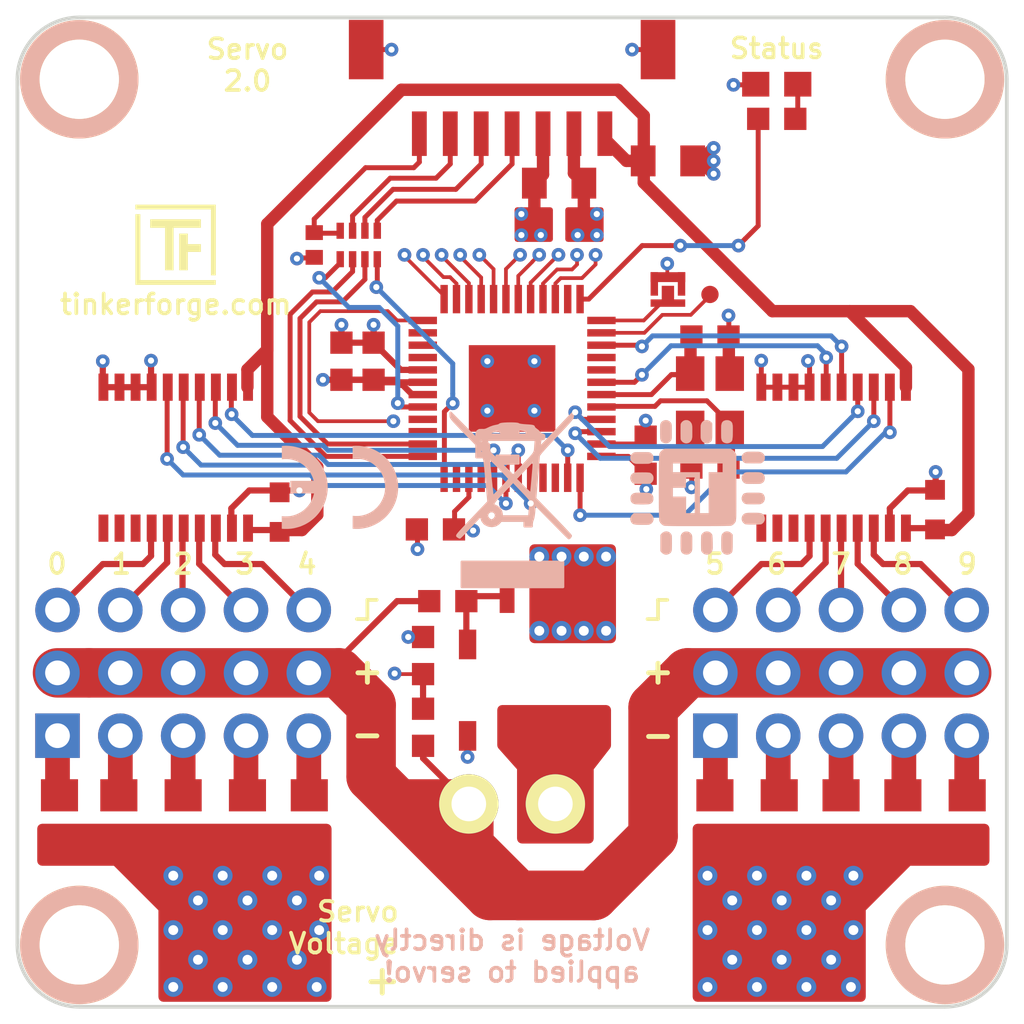
<source format=kicad_pcb>
(kicad_pcb (version 20211014) (generator pcbnew)
  (title_block (title "Servo Bricklet") (date "2023-01-25") (rev "2.0") (company "Tinkerforge GmbH") (comment 1 "Licensed under CERN OHL v.1.1") (comment 2 "Copyright (©) 2023, T.Schneidermann <tim@tinkerforge.com>"))
  (layers (0 "F.Cu" signal) (1 "In1.Cu" power "GND") (2 "In2.Cu" power "VCC") (31 "B.Cu" signal) (34 "B.Paste" user) (35 "F.Paste" user) (36 "B.SilkS" user "B.Silkscreen") (37 "F.SilkS" user "F.Silkscreen") (38 "B.Mask" user) (39 "F.Mask" user) (44 "Edge.Cuts" user))
  (net 0 "")
  (net 1 "Net-(P1-Pad4)")
  (net 2 "Net-(P1-Pad5)")
  (net 3 "Net-(P1-Pad6)")
  (net 4 "Net-(U1-Pad14)")
  (net 5 "Net-(U1-Pad15)")
  (net 6 "Net-(U1-Pad16)")
  (net 7 "Net-(P2-Pad2)")
  (net 8 "Net-(U7-Pad17)")
  (net 9 "Net-(U7-Pad18)")
  (net 10 "VCC")
  (net 11 "GND")
  (net 12 "Net-(C7-Pad1)")
  (net 13 "Net-(C8-Pad1)")
  (net 14 "Net-(C9-Pad1)")
  (net 15 "+5V")
  (net 16 "Net-(D1-Pad2)")
  (net 17 "Net-(D3-Pad2)")
  (net 18 "Net-(P3-Pad1)")
  (net 19 "Net-(P4-Pad1)")
  (net 20 "Net-(P4-Pad2)")
  (net 21 "Net-(R1-Pad1)")
  (net 22 "V-EXT")
  (net 23 "CUR-SERVO-0")
  (net 24 "CUR-SERVO-1")
  (net 25 "CUR-SERVO-2")
  (net 26 "CUR-SERVO-3")
  (net 27 "CUR-SERVO-4")
  (net 28 "CUR-SERVO-5")
  (net 29 "CUR-SERVO-6")
  (net 30 "CUR-SERVO-7")
  (net 31 "CUR-SERVO-8")
  (net 32 "CUR-SERVO-9")
  (net 33 "S-MISO")
  (net 34 "S-MOSI")
  (net 35 "S-CLK")
  (net 36 "S-CS")
  (net 37 "Net-(U1-Pad21)")
  (net 38 "Net-(U1-Pad22)")
  (net 39 "Net-(U1-Pad26)")
  (net 40 "Net-(U1-Pad28)")
  (net 41 "PWM-SERVO-0")
  (net 42 "PWM-SERVO-1")
  (net 43 "PWM-SERVO-2")
  (net 44 "PWM-SERVO-3")
  (net 45 "Net-(U1-Pad33)")
  (net 46 "Net-(U1-Pad34)")
  (net 47 "PWM-SERVO-4")
  (net 48 "PWM-SERVO-5")
  (net 49 "PWM-SERVO-6")
  (net 50 "PWM-SERVO-7")
  (net 51 "PWM-SERVO-8")
  (net 52 "Net-(U1-Pad44)")
  (net 53 "Net-(U1-Pad45)")
  (net 54 "PWM-SERVO-9")
  (net 55 "Net-(U7-Pad11)")
  (net 56 "Net-(U7-Pad12)")
  (net 57 "Net-(U7-Pad13)")
  (net 58 "Net-(U7-Pad14)")
  (net 59 "Net-(U7-Pad15)")
  (net 60 "Net-(U7-Pad16)")
  (net 61 "Net-(U6-Pad14)")
  (net 62 "Net-(U6-Pad15)")
  (net 63 "Net-(U6-Pad16)")
  (net 64 "Net-(U6-Pad17)")
  (net 65 "Net-(U6-Pad18)")
  (net 66 "Net-(U6-Pad13)")
  (net 67 "Net-(U6-Pad12)")
  (net 68 "Net-(U6-Pad11)")
  (net 69 "Net-(U1-Pad2)")
  (footprint "kicad-libraries:C0805" (layer "F.Cu") (at 151.9 89.2 180)
    (fp_text reference "C1")
    (fp_text value "10uF")
  )
  (footprint "kicad-libraries:C0603F" (layer "F.Cu") (at 151.9 90.7 180)
    (fp_text reference "C2")
    (fp_text value "1uF")
  )
  (footprint "kicad-libraries:C0603F" (layer "F.Cu") (at 143.1 96.4 90)
    (fp_text reference "C4")
    (fp_text value "100nF")
  )
  (footprint "kicad-libraries:C0603F" (layer "F.Cu") (at 144.4 96.4 90)
    (fp_text reference "C6")
    (fp_text value "220nF")
  )
  (footprint "kicad-libraries:C0402F" (layer "F.Cu") (at 142 91.7 -90)
    (fp_text reference "C7")
    (fp_text value "220pF")
  )
  (footprint "kicad-libraries:C0603" (layer "F.Cu") (at 140.6 102.5 90)
    (fp_text reference "C10")
    (fp_text value "100nF")
  )
  (footprint "kicad-libraries:C0603" (layer "F.Cu") (at 167.1 102.4 -90)
    (fp_text reference "C11")
    (fp_text value "100nF")
  )
  (footprint "kicad-libraries:C0805" (layer "F.Cu") (at 156.3 88.3)
    (fp_text reference "C12")
    (fp_text value "10uF")
  )
  (footprint "kicad-libraries:SOD-123" (layer "F.Cu") (at 148.2 109.7 90)
    (fp_text reference "D1")
    (fp_text value "Z12V")
  )
  (footprint "kicad-libraries:D0603E" (layer "F.Cu") (at 160.7 85.2)
    (fp_text reference "D3")
    (fp_text value "blue")
  )
  (footprint "kicad-libraries:CON-SENSOR2" (layer "F.Cu") (at 150 82.6 180)
    (fp_text reference "P1")
    (fp_text value "CON-SENSOR2")
  )
  (footprint "kicad-libraries:SolderJumper" (layer "F.Cu") (at 156.3 93.5 -90)
    (fp_text reference "P2")
    (fp_text value "BOOT")
  )
  (footprint "kicad-libraries:DEBUG_PAD" (layer "F.Cu") (at 158 93.7)
    (fp_text reference "P3")
    (fp_text value "DEBUG")
  )
  (footprint "kicad-libraries:SOIC-8-MOSFET" (layer "F.Cu") (at 151.7 108.5 180)
    (fp_text reference "Q1")
    (fp_text value "FDS8449")
  )
  (footprint "kicad-libraries:R0603F" (layer "F.Cu") (at 160.7 86.6)
    (fp_text reference "R1")
    (fp_text value "1k")
  )
  (footprint "kicad-libraries:R0603F" (layer "F.Cu") (at 146.4 111.2 90)
    (fp_text reference "R2")
    (fp_text value "10k")
  )
  (footprint "kicad-libraries:R0603F" (layer "F.Cu") (at 146.4 108.3 90)
    (fp_text reference "R3")
    (fp_text value "1k")
  )
  (footprint "kicad-libraries:R0603F" (layer "F.Cu") (at 147.4 106.1 180)
    (fp_text reference "R16")
    (fp_text value "100k")
  )
  (footprint "kicad-libraries:4X0402" (layer "F.Cu") (at 143.8 91.7 180)
    (fp_text reference "RP1")
    (fp_text value "82")
  )
  (footprint "kicad-libraries:DRILL_NP" (layer "F.Cu") (at 132.5 85)
    (fp_text reference "U2" hide)
    (fp_text value "DRILL" hide)
  )
  (footprint "kicad-libraries:DRILL_NP" (layer "F.Cu") (at 167.5 120)
    (fp_text reference "U3" hide)
    (fp_text value "DRILL" hide)
  )
  (footprint "kicad-libraries:DRILL_NP" (layer "F.Cu") (at 167.5 85)
    (fp_text reference "U5" hide)
    (fp_text value "DRILL" hide)
  )
  (footprint "kicad-libraries:pin_array_5x3" (layer "F.Cu") (at 136.7 109)
    (fp_text reference "U8")
    (fp_text value "Con_Servo_5x")
  )
  (footprint "kicad-libraries:OQ_2P" (layer "F.Cu") (at 150 114.3)
    (fp_text reference "P4")
    (fp_text value "black")
  )
  (footprint "kicad-libraries:R0805E" (layer "F.Cu") (at 134.1 114.9 -90)
    (fp_text reference "R7")
    (fp_text value "0R1")
  )
  (footprint "kicad-libraries:R0805E" (layer "F.Cu") (at 141.8 114.9 -90)
    (fp_text reference "R4")
    (fp_text value "0R1")
  )
  (footprint "kicad-libraries:R0805E" (layer "F.Cu") (at 131.7 114.9 -90)
    (fp_text reference "R8")
    (fp_text value "0R1")
  )
  (footprint "kicad-libraries:R0805E" (layer "F.Cu") (at 136.7 114.9 -90)
    (fp_text reference "R6")
    (fp_text value "0R1")
  )
  (footprint "kicad-libraries:R0805E" (layer "F.Cu") (at 139.3 114.9 -90)
    (fp_text reference "R5")
    (fp_text value "0R1")
  )
  (footprint "kicad-libraries:TSSOP20" (layer "F.Cu") (at 136.4 100.3 180)
    (fp_text reference "U6")
    (fp_text value "74HC245")
  )
  (footprint "kicad-libraries:R0805E" (layer "F.Cu") (at 165.8 114.9 -90)
    (fp_text reference "R10")
    (fp_text value "0R1")
  )
  (footprint "kicad-libraries:R0805E" (layer "F.Cu") (at 158.2 114.9 -90)
    (fp_text reference "R13")
    (fp_text value "0R1")
  )
  (footprint "kicad-libraries:TSSOP20" (layer "F.Cu") (at 163 100.3 180)
    (fp_text reference "U7")
    (fp_text value "74HC245")
  )
  (footprint "kicad-libraries:pin_array_5x3" (layer "F.Cu") (at 163.3 109)
    (fp_text reference "U9")
    (fp_text value "Con_Servo_5x")
  )
  (footprint "kicad-libraries:R0805E" (layer "F.Cu") (at 163.3 114.9 -90)
    (fp_text reference "R11")
    (fp_text value "0R1")
  )
  (footprint "kicad-libraries:DRILL_NP" (layer "F.Cu") (at 132.5 120)
    (fp_text reference "U4" hide)
    (fp_text value "DRILL" hide)
  )
  (footprint "kicad-libraries:R0805E" (layer "F.Cu") (at 160.8 114.9 -90)
    (fp_text reference "R12")
    (fp_text value "0R1")
  )
  (footprint "kicad-libraries:R0805E" (layer "F.Cu") (at 168.4 114.9 -90)
    (fp_text reference "R9")
    (fp_text value "0R1")
  )
  (footprint "kicad-libraries:QFN48-EP2" (layer "F.Cu") (at 150 97.5 180)
    (fp_text reference "U1")
    (fp_text value "XMC1404")
  )
  (footprint "kicad-libraries:C0603F" (layer "F.Cu") (at 158 100.7 180)
    (fp_text reference "C8")
    (fp_text value "10pF")
  )
  (footprint "kicad-libraries:CRYSTAL_3225" (layer "F.Cu") (at 158 98 -90)
    (fp_text reference "X1")
    (fp_text value "16MHz")
  )
  (footprint "kicad-libraries:C0603F" (layer "F.Cu") (at 158 95.4)
    (fp_text reference "C9")
    (fp_text value "10pF")
  )
  (footprint "kicad-libraries:C0603F" (layer "F.Cu") (at 146.9 103.2 180)
    (fp_text reference "C5")
    (fp_text value "100nF")
  )
  (footprint "kicad-libraries:C0603F" (layer "F.Cu") (at 155.4 100.2 -90)
    (fp_text reference "C3")
    (fp_text value "100nF")
  )
  (footprint "kicad-libraries:Logo_31x31" (layer "F.Cu") (at 136.4 91.7)
    (fp_text reference "G***" hide)
    (fp_text value "LOGO" hide)
  )
  (footprint "kicad-libraries:CE_5mm" (layer "B.Cu") (at 143 101.5 180)
    (fp_text reference "VAL" hide)
    (fp_text value "CE_5mm" hide)
  )
  (footprint "kicad-libraries:Logo_CoMCU" (layer "B.Cu") (at 157.5 101.5 180)
    (fp_text reference "G***" hide)
    (fp_text value "LOGO" hide)
  )
  (footprint "kicad-libraries:WEEE_7mm" (layer "B.Cu") (at 150 102 180)
    (fp_text reference "VAL" hide)
    (fp_text value "WEEE_7mm" hide)
  )
  (gr_line (start 144.15 106.825) (end 143.725 106.825) (layer "F.SilkS") (width 0.15))
  (gr_line (start 144.15 106.05) (end 144.525 106.05) (layer "F.SilkS") (width 0.15))
  (gr_line (start 144.15 106.05) (end 144.15 106.825) (layer "F.SilkS") (width 0.15))
  (gr_line (start 155.9 106.05) (end 156.275 106.05) (layer "F.SilkS") (width 0.15))
  (gr_line (start 155.9 106.05) (end 155.9 106.825) (layer "F.SilkS") (width 0.15))
  (gr_line (start 155.9 106.825) (end 155.475 106.825) (layer "F.SilkS") (width 0.15))
  (gr_line (start 167.5 122.5) (end 132.5 122.5) (layer "Edge.Cuts") (width 0.15))
  (gr_line (start 170 85) (end 170 120) (layer "Edge.Cuts") (width 0.15))
  (gr_arc (start 130 85) (mid 130.732233 83.232233) (end 132.5 82.5) (layer "Edge.Cuts") (width 0.15))
  (gr_arc (start 167.5 82.5) (mid 169.267767 83.232233) (end 170 85) (layer "Edge.Cuts") (width 0.15))
  (gr_arc (start 170 120) (mid 169.267767 121.767767) (end 167.5 122.5) (layer "Edge.Cuts") (width 0.15))
  (gr_line (start 130 120) (end 130 85) (layer "Edge.Cuts") (width 0.15))
  (gr_line (start 132.5 82.5) (end 167.5 82.5) (layer "Edge.Cuts") (width 0.15))
  (gr_arc (start 132.5 122.5) (mid 130.732233 121.767767) (end 130 120) (layer "Edge.Cuts") (width 0.15))
  (gr_text "Voltage is directly\napplied to servo!" (at 150 120.45) (layer "B.SilkS") (effects (font (size 0.8 0.8)) (justify mirror)))
  (gr_text "+" (at 155.9 108.925) (layer "F.SilkS") (effects (font (size 1 1) (thickness 0.2))))
  (gr_text "-" (at 155.9 111.5) (layer "F.SilkS") (effects (font (size 1 1) (thickness 0.2))))
  (gr_text "Servo\nVoltage" (at 145.5 119.3) (layer "F.SilkS") (effects (font (size 0.8 0.8)) (justify right)))
  (gr_text "+" (at 144.15 108.925) (layer "F.SilkS") (effects (font (size 1 1) (thickness 0.2))))
  (gr_text "3" (at 139.2 104.6) (layer "F.SilkS") (effects (font (size 0.8 0.8))))
  (gr_text "4" (at 141.7 104.6) (layer "F.SilkS") (effects (font (size 0.8 0.8))))
  (gr_text "-" (at 144.15 111.475) (layer "F.SilkS") (effects (font (size 1 1) (thickness 0.2))))
  (gr_text "Status" (at 160.7 83.75) (layer "F.SilkS") (effects (font (size 0.8 0.8))))
  (gr_text "2" (at 136.7 104.6) (layer "F.SilkS") (effects (font (size 0.8 0.8))))
  (gr_text "tinkerforge.com" (at 136.4 94.1) (layer "F.SilkS") (effects (font (size 0.8 0.8))))
  (gr_text "Servo\n2.0" (at 139.3 84.425) (layer "F.SilkS") (effects (font (size 0.8 0.8))))
  (gr_text "6" (at 160.7 104.6) (layer "F.SilkS") (effects (font (size 0.8 0.8))))
  (gr_text "5" (at 158.2 104.6) (layer "F.SilkS") (effects (font (size 0.8 0.8))))
  (gr_text "1" (at 134.2 104.6) (layer "F.SilkS") (effects (font (size 0.8 0.8))))
  (gr_text "0" (at 131.6 104.6) (layer "F.SilkS") (effects (font (size 0.8 0.8))))
  (gr_text "7" (at 163.3 104.6) (layer "F.SilkS") (effects (font (size 0.8 0.8))))
  (gr_text "8" (at 165.8 104.6) (layer "F.SilkS") (effects (font (size 0.8 0.8))))
  (gr_text "9" (at 168.4 104.6) (layer "F.SilkS") (effects (font (size 0.8 0.8))))
  (gr_text "+" (at 144.75 121.4) (layer "F.SilkS") (effects (font (size 1.2 1.2) (thickness 0.2))))
  (segment (start 144.5493 91.125) (end 144.5493 90.7007) (width 0.2) (layer "F.Cu") (net 1))
  (segment (start 150 88.425) (end 150 87.2) (width 0.2) (layer "F.Cu") (net 1))
  (segment (start 145.325 89.925) (end 148.5 89.925) (width 0.2) (layer "F.Cu") (net 1))
  (segment (start 148.5 89.925) (end 150 88.425) (width 0.2) (layer "F.Cu") (net 1))
  (segment (start 144.5493 90.7007) (end 145.325 89.925) (width 0.2) (layer "F.Cu") (net 1))
  (segment (start 145.184438 89.45) (end 147.725 89.45) (width 0.2) (layer "F.Cu") (net 2))
  (segment (start 148.75 88.425) (end 148.75 87.2) (width 0.2) (layer "F.Cu") (net 2))
  (segment (start 147.725 89.45) (end 148.75 88.425) (width 0.2) (layer "F.Cu") (net 2))
  (segment (start 144.04892 90.585518) (end 145.184438 89.45) (width 0.2) (layer "F.Cu") (net 2))
  (segment (start 144.04892 91.125) (end 144.04892 90.585518) (width 0.2) (layer "F.Cu") (net 2))
  (segment (start 143.55108 90.517658) (end 145.068738 89) (width 0.2) (layer "F.Cu") (net 3))
  (segment (start 147.5 88.425) (end 147.5 87.2) (width 0.2) (layer "F.Cu") (net 3))
  (segment (start 145.068738 89) (end 146.925 89) (width 0.2) (layer "F.Cu") (net 3))
  (segment (start 143.55108 91.125) (end 143.55108 90.517658) (width 0.2) (layer "F.Cu") (net 3))
  (segment (start 146.925 89) (end 147.5 88.425) (width 0.2) (layer "F.Cu") (net 3))
  (segment (start 155.32328 94.75172) (end 153.61188 94.75172) (width 0.15) (layer "F.Cu") (net 7))
  (segment (start 156.275 93.975) (end 156.1 93.975) (width 0.15) (layer "F.Cu") (net 7))
  (segment (start 156.1 93.975) (end 155.32328 94.75172) (width 0.15) (layer "F.Cu") (net 7))
  (segment (start 156.275 93.575) (end 156.275 93.975) (width 0.15) (layer "F.Cu") (net 7))
  (segment (start 163.97282 104.59282) (end 163.97282 103.14988) (width 0.25) (layer "F.Cu") (net 8))
  (segment (start 165.84 106.46) (end 163.97282 104.59282) (width 0.25) (layer "F.Cu") (net 8))
  (segment (start 166.52 104.6) (end 165 104.6) (width 0.25) (layer "F.Cu") (net 9))
  (segment (start 165 104.6) (end 164.62306 104.22306) (width 0.25) (layer "F.Cu") (net 9))
  (segment (start 168.38 106.46) (end 166.52 104.6) (width 0.25) (layer "F.Cu") (net 9))
  (segment (start 164.62306 104.22306) (end 164.62306 103.14988) (width 0.25) (layer "F.Cu") (net 9))
  (segment (start 155.1021 99.7479) (end 153.61188 99.7479) (width 0.2) (layer "F.Cu") (net 10))
  (segment (start 145.56408 97.34906) (end 145.96394 97.74892) (width 0.25) (layer "F.Cu") (net 10))
  (segment (start 143.1 97.15) (end 144.4 97.15) (width 0.25) (layer "F.Cu") (net 10))
  (segment (start 148.25248 101.11188) (end 148.25248 101.89752) (width 0.2) (layer "F.Cu") (net 10))
  (segment (start 150.89924 89.2) (end 150.89924 90.44924) (width 0.5) (layer "F.Cu") (net 10))
  (segment (start 148.25248 101.89752) (end 147.675 102.475) (width 0.2) (layer "F.Cu") (net 10))
  (segment (start 155.4 99.45) (end 155.4 98.8) (width 0.2) (layer "F.Cu") (net 10))
  (segment (start 159.8499 85.225) (end 158.95 85.225) (width 0.2) (layer "F.Cu") (net 10))
  (segment (start 147.675 102.475) (end 147.675 103.25) (width 0.2) (layer "F.Cu") (net 10))
  (segment (start 151.25 88.84924) (end 150.89924 89.2) (width 0.5) (layer "F.Cu") (net 10))
  (segment (start 144.50108 97.25108) (end 146.38812 97.25108) (width 0.25) (layer "F.Cu") (net 10))
  (segment (start 144.4 97.15) (end 144.50108 97.25108) (width 0.25) (layer "F.Cu") (net 10))
  (segment (start 143.1 97.15) (end 142.350032 97.15) (width 0.25) (layer "F.Cu") (net 10))
  (segment (start 143.1 97.15) (end 145.282209 97.15) (width 0.25) (layer "F.Cu") (net 10))
  (segment (start 145.481269 97.34906) (end 145.56408 97.34906) (width 0.25) (layer "F.Cu") (net 10))
  (segment (start 155.4 99.45) (end 155.1021 99.7479) (width 0.2) (layer "F.Cu") (net 10))
  (segment (start 150.89924 90.44924) (end 151.15 90.7) (width 0.5) (layer "F.Cu") (net 10))
  (segment (start 145.96394 97.74892) (end 146.38812 97.74892) (width 0.25) (layer "F.Cu") (net 10))
  (segment (start 151.25 87.2) (end 151.25 88.84924) (width 0.5) (layer "F.Cu") (net 10))
  (segment (start 147.675 103.25) (end 148.425 103.25) (width 0.2) (layer "F.Cu") (net 10))
  (segment (start 145.282209 97.15) (end 145.481269 97.34906) (width 0.25) (layer "F.Cu") (net 10))
  (via (at 142.350032 97.15) (size 0.55) (drill 0.25) (layers "F.Cu" "B.Cu") (net 10))
  (via (at 150.375 90.45) (size 0.55) (drill 0.25) (layers "F.Cu" "B.Cu") (net 10))
  (via (at 148.425 103.25) (size 0.55) (drill 0.25) (layers "F.Cu" "B.Cu") (net 10))
  (via (at 155.4 98.8) (size 0.55) (drill 0.25) (layers "F.Cu" "B.Cu") (net 10))
  (via (at 158.95 85.225) (size 0.55) (drill 0.25) (layers "F.Cu" "B.Cu") (net 10))
  (via (at 150.375 91.3) (size 0.55) (drill 0.25) (layers "F.Cu" "B.Cu") (net 10))
  (via (at 151.161368 91.3) (size 0.55) (drill 0.25) (layers "F.Cu" "B.Cu") (net 10))
  (segment (start 140.6 101.6249) (end 141.399892 101.6249) (width 0.25) (layer "F.Cu") (net 11))
  (segment (start 141.325 92.225) (end 141.3 92.25) (width 0.2) (layer "F.Cu") (net 11))
  (segment (start 133.45146 96.40146) (end 133.45 96.4) (width 0.25) (layer "F.Cu") (net 11))
  (segment (start 146.175 103.999998) (end 146.174998 104) (width 0.2) (layer "F.Cu") (net 11))
  (segment (start 156.275 92.925) (end 156.670002 92.925) (width 0.15) (layer "F.Cu") (net 11))
  (segment (start 155.879998 92.925) (end 155.725 93.079998) (width 0.15) (layer "F.Cu") (net 11))
  (segment (start 131.65 115.9) (end 141.8 115.9) (width 1) (layer "F.Cu") (net 11))
  (segment (start 155.725 93.079998) (end 155.725 93.2) (width 0.15) (layer "F.Cu") (net 11))
  (segment (start 165.2733 102.34997) (end 165.2733 103.14988) (width 0.25) (layer "F.Cu") (net 11))
  (segment (start 156.670002 92.925) (end 156.825 93.079998) (width 0.15) (layer "F.Cu") (net 11))
  (segment (start 155.9 83.8) (end 154.85 83.8) (width 0.2) (layer "F.Cu") (net 11))
  (segment (start 152.5 88.79924) (end 152.90076 89.2) (width 0.5) (layer "F.Cu") (net 11))
  (segment (start 135.40218 97.45012) (end 135.40218 96.37718) (width 0.25) (layer "F.Cu") (net 11))
  (segment (start 153.60934 100.24828) (end 154.69828 100.24828) (width 0.2) (layer "F.Cu") (net 11))
  (segment (start 152.720479 90.770479) (end 152.720479 90.968135) (width 0.5) (layer "F.Cu") (net 11))
  (segment (start 138.6483 102.34997) (end 138.6483 103.14988) (width 0.25) (layer "F.Cu") (net 11))
  (segment (start 162.02718 97.45012) (end 162.02718 96.452897) (width 0.2) (layer "F.Cu") (net 11))
  (segment (start 152.90076 90.44924) (end 152.65 90.7) (width 0.5) (layer "F.Cu") (net 11))
  (segment (start 162.02718 97.45012) (end 160.07646 97.45012) (width 0.2) (layer "F.Cu") (net 11))
  (segment (start 155.426411 100.976411) (end 155.426411 101.184671) (width 0.2) (layer "F.Cu") (net 11))
  (segment (start 167.125 101.6249) (end 165.99837 101.6249) (width 0.25) (layer "F.Cu") (net 11))
  (segment (start 144.1 83.8) (end 145.125 83.8) (width 0.2) (layer "F.Cu") (net 11))
  (segment (start 157.263194 100.742524) (end 157.263194 101.486806) (width 0.2) (layer "F.Cu") (net 11))
  (segment (start 133.45146 97.45012) (end 133.45146 96.40146) (width 0.25) (layer "F.Cu") (net 11))
  (segment (start 158.763194 95.342524) (end 158.763194 94.563194) (width 0.2) (layer "F.Cu") (net 11))
  (segment (start 158.763194 94.563194) (end 158.75 94.55) (width 0.2) (layer "F.Cu") (net 11))
  (segment (start 162.02718 96.452897) (end 161.962911 96.388628) (width 0.2) (layer "F.Cu") (net 11))
  (segment (start 148.2 111.54912) (end 148.2 112.4) (width 0.25) (layer "F.Cu") (net 11))
  (segment (start 156.825 93.079998) (end 156.825 93.2) (width 0.15) (layer "F.Cu") (net 11))
  (segment (start 156.275 92.455056) (end 156.274017 92.454073) (width 0.15) (layer "F.Cu") (net 11))
  (segment (start 156.275 92.925) (end 156.275 92.455056) (width 0.15) (layer "F.Cu") (net 11))
  (segment (start 152.90076 89.2) (end 152.90076 90.44924) (width 0.5) (layer "F.Cu") (net 11))
  (segment (start 156.275 92.925) (end 155.879998 92.925) (width 0.15) (layer "F.Cu") (net 11))
  (segment (start 143.1 95.65) (end 143.1 94.926955) (width 0.25) (layer "F.Cu") (net 11))
  (segment (start 157.625 88.3) (end 158.15 88.825) (width 0.5) (layer "F.Cu") (net 11))
  (segment (start 157.213094 99.142344) (end 157.213094 100.692424) (width 0.5) (layer "F.Cu") (net 11))
  (segment (start 157.32576 88.3) (end 158.15 88.3) (width 0.5) (layer "F.Cu") (net 11))
  (segment (start 142 92.225) (end 141.325 92.225) (width 0.2) (layer "F.Cu") (net 11))
  (segment (start 157.32576 88.3) (end 157.625 88.3) (width 0.5) (layer "F.Cu") (net 11))
  (segment (start 135.40218 97.45012) (end 133.45146 97.45012) (width 0.25) (layer "F.Cu") (net 11))
  (segment (start 152.65 90.7) (end 152.720479 90.770479) (width 0.5) (layer "F.Cu") (net 11))
  (segment (start 135.40218 96.37718) (end 135.4 96.375) (width 0.25) (layer "F.Cu") (net 11))
  (segment (start 144.4 95.65) (end 145.5007 96.7507) (width 0.25) (layer "F.Cu") (net 11))
  (segment (start 146.175 103.25) (end 146.175 103.999998) (width 0.2) (layer "F.Cu") (net 11))
  (segment (start 145.5007 96.7507) (end 146.38812 96.7507) (width 0.25) (layer "F.Cu") (net 11))
  (segment (start 155.426411 101.184671) (end 155.426411 101.573579) (width 0.2) (layer "F.Cu") (net 11))
  (segment (start 146.4 107.55) (end 145.80001 107.55) (width 0.25) (layer "F.Cu") (net 11))
  (segment (start 154.69828 100.24828) (end 155.4 100.95) (width 0.2) (layer "F.Cu") (net 11))
  (segment (start 167.125 101.6249) (end 167.125 100.875) (width 0.25) (layer "F.Cu") (net 11))
  (segment (start 165.99837 101.6249) (end 165.2733 102.34997) (width 0.25) (layer "F.Cu") (net 11))
  (segment (start 143.1 95.65) (end 144.4 95.65) (width 0.25) (layer "F.Cu") (net 11))
  (segment (start 157.625 88.3) (end 158.15 87.775) (width 0.5) (layer "F.Cu") (net 11))
  (segment (start 139.37337 101.6249) (end 138.6483 102.34997) (width 0.25) (layer "F.Cu") (net 11))
  (segment (start 144.4 95.65) (end 144.4 94.925011) (width 0.25) (layer "F.Cu") (net 11))
  (segment (start 152.5 87.2) (end 152.5 88.79924) (width 0.5) (layer "F.Cu") (net 11))
  (segment (start 158.763194 95.342524) (end 158.763194 96.892604) (width 0.5) (layer "F.Cu") (net 11))
  (segment (start 141.399892 101.6249) (end 141.39999 101.624998) (width 0.25) (layer "F.Cu") (net 11))
  (segment (start 152.65 90.7) (end 152.675 90.7) (width 0.5) (layer "F.Cu") (net 11))
  (segment (start 160.07646 97.45012) (end 160.07646 96.37646) (width 0.2) (layer "F.Cu") (net 11))
  (segment (start 140.6 101.6249) (end 139.37337 101.6249) (width 0.25) (layer "F.Cu") (net 11))
  (segment (start 157.263194 101.486806) (end 157.25 101.5) (width 0.2) (layer "F.Cu") (net 11))
  (segment (start 160.07646 96.37646) (end 160.075 96.375) (width 0.2) (layer "F.Cu") (net 11))
  (segment (start 158.2 115.9) (end 168.35 115.9) (width 1) (layer "F.Cu") (net 11))
  (segment (start 155.4 100.95) (end 155.426411 100.976411) (width 0.2) (layer "F.Cu") (net 11))
  (segment (start 143.1 94.926955) (end 143.101944 94.925011) (width 0.25) (layer "F.Cu") (net 11))
  (via (at 161.9 117.2) (size 0.8) (drill 0.4) (layers "F.Cu" "B.Cu") (net 11))
  (via (at 157.9 119.4) (size 0.8) (drill 0.4) (layers "F.Cu" "B.Cu") (net 11))
  (via (at 163.8 117.2) (size 0.8) (drill 0.4) (layers "F.Cu" "B.Cu") (net 11))
  (via (at 160.9 120.6) (size 0.8) (drill 0.4) (layers "F.Cu" "B.Cu") (net 11))
  (via (at 161.9 119.4) (size 0.8) (drill 0.4) (layers "F.Cu" "B.Cu") (net 11))
  (via (at 159.9 119.4) (size 0.8) (drill 0.4) (layers "F.Cu" "B.Cu") (net 11))
  (via (at 160.9 118.2) (size 0.8) (drill 0.4) (layers "F.Cu" "B.Cu") (net 11))
  (via (at 159.9 121.7) (size 0.8) (drill 0.4) (layers "F.Cu" "B.Cu") (net 11))
  (via (at 162.9 118.2) (size 0.8) (drill 0.4) (layers "F.Cu" "B.Cu") (net 11))
  (via (at 163.7 121.7) (size 0.8) (drill 0.4) (layers "F.Cu" "B.Cu") (net 11))
  (via (at 158.9 118.2) (size 0.8) (drill 0.4) (layers "F.Cu" "B.Cu") (net 11))
  (via (at 157.9 121.7) (size 0.8) (drill 0.4) (layers "F.Cu" "B.Cu") (net 11))
  (via (at 157.9 117.2) (size 0.8) (drill 0.4) (layers "F.Cu" "B.Cu") (net 11))
  (via (at 162.9 120.6) (size 0.8) (drill 0.4) (layers "F.Cu" "B.Cu") (net 11))
  (via (at 159.9 117.2) (size 0.8) (drill 0.4) (layers "F.Cu" "B.Cu") (net 11))
  (via (at 158.9 120.6) (size 0.8) (drill 0.4) (layers "F.Cu" "B.Cu") (net 11))
  (via (at 161.9 121.7) (size 0.8) (drill 0.4) (layers "F.Cu" "B.Cu") (net 11))
  (via (at 163.8 119.4) (size 0.8) (drill 0.4) (layers "F.Cu" "B.Cu") (net 11))
  (via (at 153.8 107.3) (size 0.8) (drill 0.4) (layers "F.Cu" "B.Cu") (net 11))
  (via (at 135.4 96.375) (size 0.55) (drill 0.25) (layers "F.Cu" "B.Cu") (net 11))
  (via (at 141.39999 101.624998) (size 0.55) (drill 0.25) (layers "F.Cu" "B.Cu") (net 11))
  (via (at 138.3 121.7) (size 0.8) (drill 0.4) (layers "F.Cu" "B.Cu") (net 11))
  (via (at 152.65 91.3) (size 0.55) (drill 0.25) (layers "F.Cu" "B.Cu") (net 11))
  (via (at 153.425 90.45) (size 0.55) (drill 0.25) (layers "F.Cu" "B.Cu") (net 11))
  (via (at 133.45 96.4) (size 0.55) (drill 0.25) (layers "F.Cu" "B.Cu") (net 11))
  (via (at 138.3 117.2) (size 0.8) (drill 0.4) (layers "F.Cu" "B.Cu") (net 11))
  (via (at 150.9 96.4) (size 0.55) (drill 0.25) (layers "F.Cu" "B.Cu") (net 11))
  (via (at 152.9 107.3) (size 0.8) (drill 0.4) (layers "F.Cu" "B.Cu") (net 11))
  (via (at 140.3 119.4) (size 0.8) (drill 0.4) (layers "F.Cu" "B.Cu") (net 11))
  (via (at 141.3 118.2) (size 0.8) (drill 0.4) (layers "F.Cu" "B.Cu") (net 11))
  (via (at 167.125 100.875) (size 0.55) (drill 0.25) (layers "F.Cu" "B.Cu") (net 11))
  (via (at 138.3 119.4) (size 0.8) (drill 0.4) (layers "F.Cu" "B.Cu") (net 11))
  (via (at 156.274017 92.454073) (size 0.55) (drill 0.25) (layers "F.Cu" "B.Cu") (net 11))
  (via (at 151.1 107.3) (size 0.8) (drill 0.4) (layers "F.Cu" "B.Cu") (net 11))
  (via (at 139.3 120.6) (size 0.8) (drill 0.4) (layers "F.Cu" "B.Cu") (net 11))
  (via (at 152.9 104.3) (size 0.8) (drill 0.4) (layers "F.Cu" "B.Cu") (net 11))
  (via (at 144.4 94.925011) (size 0.55) (drill 0.25) (layers "F.Cu" "B.Cu") (net 11))
  (via (at 136.3 117.2) (size 0.8) (drill 0.4) (layers "F.Cu" "B.Cu") (net 11))
  (via (at 154.85 83.8) (size 0.55) (drill 0.25) (layers "F.Cu" "B.Cu") (net 11))
  (via (at 137.3 120.6) (size 0.8) (drill 0.4) (layers "F.Cu" "B.Cu") (net 11))
  (via (at 145.125 83.8) (size 0.55) (drill 0.25) (layers "F.Cu" "B.Cu") (net 11))
  (via (at 153.8 104.3) (size 0.8) (drill 0.4) (layers "F.Cu" "B.Cu") (net 11))
  (via (at 142.2 119.4) (size 0.8) (drill 0.4) (layers "F.Cu" "B.Cu") (net 11))
  (via (at 158.15 88.825) (size 0.55) (drill 0.25) (layers "F.Cu" "B.Cu") (net 11))
  (via (at 136.3 119.4) (size 0.8) (drill 0.4) (layers "F.Cu" "B.Cu") (net 11))
  (via (at 136.3 121.7) (size 0.8) (drill 0.4) (layers "F.Cu" "B.Cu") (net 11))
  (via (at 149 98.4) (size 0.55) (drill 0.25) (layers "F.Cu" "B.Cu") (net 11))
  (via (at 155.426411 101.573579) (size 0.55) (drill 0.25) (layers "F.Cu" "B.Cu") (net 11))
  (via (at 160.075 96.375) (size 0.55) (drill 0.25) (layers "F.Cu" "B.Cu") (net 11))
  (via (at 157.25 101.5) (size 0.55) (drill 0.25) (layers "F.Cu" "B.Cu") (net 11))
  (via (at 140.3 121.7) (size 0.8) (drill 0.4) (layers "F.Cu" "B.Cu") (net 11))
  (via (at 141.3 92.25) (size 0.55) (drill 0.25) (layers "F.Cu" "B.Cu") (net 11))
  (via (at 142.1 121.7) (size 0.8) (drill 0.4) (layers "F.Cu" "B.Cu") (net 11))
  (via (at 146.174998 104) (size 0.55) (drill 0.25) (layers "F.Cu" "B.Cu") (net 11))
  (via (at 161.962911 96.388628) (size 0.55) (drill 0.25) (layers "F.Cu" "B.Cu") (net 11))
  (via (at 141.3 120.6) (size 0.8) (drill 0.4) (layers "F.Cu" "B.Cu") (net 11))
  (via (at 149 96.4) (size 0.55) (drill 0.25) (layers "F.Cu" "B.Cu") (net 11))
  (via (at 140.3 117.2) (size 0.8) (drill 0.4) (layers "F.Cu" "B.Cu") (net 11))
  (via (at 143.101944 94.925011) (size 0.55) (drill 0.25) (layers "F.Cu" "B.Cu") (net 11))
  (via (at 153.425 91.3) (size 0.55) (drill 0.25) (layers "F.Cu" "B.Cu") (net 11))
  (via (at 158.75 94.55) (size 0.55) (drill 0.25) (layers "F.Cu" "B.Cu") (net 11))
  (via (at 145.80001 107.55) (size 0.55) (drill 0.25) (layers "F.Cu" "B.Cu") (net 11))
  (via (at 151.1 104.3) (size 0.8) (drill 0.4) (layers "F.Cu" "B.Cu") (net 11))
  (via (at 158.15 88.3) (size 0.55) (drill 0.25) (layers "F.Cu" "B.Cu") (net 11))
  (via (at 142.2 117.2) (size 0.8) (drill 0.4) (layers "F.Cu" "B.Cu") (net 11))
  (via (at 137.3 118.2) (size 0.8) (drill 0.4) (layers "F.Cu" "B.Cu") (net 11))
  (via (at 152 104.3) (size 0.8) (drill 0.4) (layers "F.Cu" "B.Cu") (net 11))
  (via (at 148.2 112.4) (size 0.55) (drill 0.25) (layers "F.Cu" "B.Cu") (net 11))
  (via (at 150.9 98.4) (size 0.55) (drill 0.25) (layers "F.Cu" "B.Cu") (net 11))
  (via (at 139.3 118.2) (size 0.8) (drill 0.4) (layers "F.Cu" "B.Cu") (net 11))
  (via (at 152 107.3) (size 0.8) (drill 0.4) (layers "F.Cu" "B.Cu") (net 11))
  (via (at 158.15 87.775) (size 0.55) (drill 0.25) (layers "F.Cu" "B.Cu") (net 11))
  (segment (start 142 91.225) (end 142.9507 91.225) (width 0.2) (layer "F.Cu") (net 12))
  (segment (start 142.9507 91.225) (end 143.0507 91.125) (width 0.2) (layer "F.Cu") (net 12))
  (segment (start 142 90.65) (end 142 91.225) (width 0.2) (layer "F.Cu") (net 12))
  (segment (start 146.025 88.575) (end 144.075 88.575) (width 0.2) (layer "F.Cu") (net 12))
  (segment (start 146.25 87.2) (end 146.25 88.35) (width 0.2) (layer "F.Cu") (net 12))
  (segment (start 146.25 88.35) (end 146.025 88.575) (width 0.2) (layer "F.Cu") (net 12))
  (segment (start 144.075 88.575) (end 142 90.65) (width 0.2) (layer "F.Cu") (net 12))
  (segment (start 154.136182 98.224998) (end 154.11188 98.2493) (width 0.2) (layer "F.Cu") (net 13))
  (segment (start 158.8001 98.92494) (end 157.87516 98) (width 0.2) (layer "F.Cu") (net 13))
  (segment (start 158.8001 99.09982) (end 158.8001 98.92494) (width 0.2) (layer "F.Cu") (net 13))
  (segment (start 157.87516 98) (end 156 98) (width 0.2) (layer "F.Cu") (net 13))
  (segment (start 158.763194 100.742524) (end 158.763194 99.192444) (width 0.5) (layer "F.Cu") (net 13))
  (segment (start 156 98) (end 155.775002 98.224998) (width 0.2) (layer "F.Cu") (net 13))
  (segment (start 155.775002 98.224998) (end 154.136182 98.224998) (width 0.2) (layer "F.Cu") (net 13))
  (segment (start 157.213094 96.942704) (end 156.437784 96.942704) (width 0.2) (layer "F.Cu") (net 14))
  (segment (start 156.437784 96.942704) (end 155.631568 97.74892) (width 0.2) (layer "F.Cu") (net 14))
  (segment (start 156.713094 96.942704) (end 156.484158 96.942704) (width 0.2) (layer "F.Cu") (net 14))
  (segment (start 157.213094 96.942704) (end 157.213094 95.392624) (width 0.5) (layer "F.Cu") (net 14))
  (segment (start 155.631568 97.74892) (end 154.11188 97.74892) (width 0.2) (layer "F.Cu") (net 14))
  (segment (start 140.6 103.2251) (end 139.37376 103.2251) (width 0.25) (layer "F.Cu") (net 15))
  (segment (start 145.525 85.425) (end 154.275 85.425) (width 0.5) (layer "F.Cu") (net 15))
  (segment (start 140.6 103.2251) (end 141.4999 103.2251) (width 0.5) (layer "F.Cu") (net 15))
  (segment (start 165.92354 96.65021) (end 165.92354 97.45012) (width 0.5) (layer "F.Cu") (net 15))
  (segment (start 155.32424 86.47424) (end 155.32424 88.3) (width 0.5) (layer "F.Cu") (net 15))
  (segment (start 168.45 96.725) (end 166.1 94.375) (width 0.5) (layer "F.Cu") (net 15))
  (segment (start 140.1 95.9375) (end 140.1 94.625) (width 0.5) (layer "F.Cu") (net 15))
  (segment (start 139.29854 97.45012) (end 139.29854 96.73896) (width 0.5) (layer "F.Cu") (net 15))
  (segment (start 167.04978 103.14988) (end 167.125 103.2251) (width 0.25) (layer "F.Cu") (net 15))
  (segment (start 166.1 94.375) (end 163.64833 94.375) (width 0.5) (layer "F.Cu") (net 15))
  (segment (start 153.75 87.425) (end 154.625 88.3) (width 0.5) (layer "F.Cu") (net 15))
  (segment (start 160.5244 94.375) (end 163.64833 94.375) (width 0.5) (layer "F.Cu") (net 15))
  (segment (start 153.75 87.2) (end 153.75 87.425) (width 0.5) (layer "F.Cu") (net 15))
  (segment (start 141.4999 103.2251) (end 142.125 102.6) (width 0.5) (layer "F.Cu") (net 15))
  (segment (start 155.32424 88.3) (end 155.32424 89.17484) (width 0.5) (layer "F.Cu") (net 15))
  (segment (start 154.625 88.3) (end 155.32424 88.3) (width 0.5) (layer "F.Cu") (net 15))
  (segment (start 167.125 103.2251) (end 167.77505 103.2251) (width 0.5) (layer "F.Cu") (net 15))
  (segment (start 140.1 98.65) (end 140.1 94.625) (width 0.5) (layer "F.Cu") (net 15))
  (segment (start 165.92354 103.14988) (end 167.04978 103.14988) (width 0.25) (layer "F.Cu") (net 15))
  (segment (start 140.1 90.85) (end 145.525 85.425) (width 0.5) (layer "F.Cu") (net 15))
  (segment (start 168.45 102.55015) (end 168.45 96.725) (width 0.5) (layer "F.Cu") (net 15))
  (segment (start 139.37376 103.2251) (end 139.29854 103.14988) (width 0.25) (layer "F.Cu") (net 15))
  (segment (start 167.77505 103.2251) (end 168.45 102.55015) (width 0.5) (layer "F.Cu") (net 15))
  (segment (start 142.125 100.675) (end 140.1 98.65) (width 0.5) (layer "F.Cu") (net 15))
  (segment (start 139.29854 96.73896) (end 140.1 95.9375) (width 0.5) (layer "F.Cu") (net 15))
  (segment (start 140.1 94.625) (end 140.1 90.85) (width 0.5) (layer "F.Cu") (net 15))
  (segment (start 142.125 102.6) (end 142.125 100.675) (width 0.5) (layer "F.Cu") (net 15))
  (segment (start 154.275 85.425) (end 155.32424 86.47424) (width 0.5) (layer "F.Cu") (net 15))
  (segment (start 163.64833 94.375) (end 165.92354 96.65021) (width 0.5) (layer "F.Cu") (net 15))
  (segment (start 155.32424 89.17484) (end 160.5244 94.375) (width 0.5) (layer "F.Cu") (net 15))
  (segment (start 148.15 105.90504) (end 148.15 106.1) (width 0.25) (layer "F.Cu") (net 16))
  (segment (start 149.79754 105.9) (end 148.25252 105.9) (width 0.25) (layer "F.Cu") (net 16))
  (segment (start 148.25252 105.80252) (end 148.15 105.90504) (width 0.25) (layer "F.Cu") (net 16))
  (segment (start 148.15 106.1) (end 148.15 107.80088) (width 0.25) (layer "F.Cu") (net 16))
  (segment (start 161.5501 85.225) (end 161.5501 86.5249) (width 0.2) (layer "F.Cu") (net 17))
  (segment (start 161.5501 86.5249) (end 161.45 86.625) (width 0.2) (layer "F.Cu") (net 17))
  (segment (start 158.025 93.725) (end 157.225 94.525) (width 0.15) (layer "F.Cu") (net 18))
  (segment (start 156.075 94.525) (end 155.3479 95.2521) (width 0.15) (layer "F.Cu") (net 18))
  (segment (start 157.225 94.525) (end 156.075 94.525) (width 0.15) (layer "F.Cu") (net 18))
  (segment (start 155.3479 95.2521) (end 153.61188 95.2521) (width 0.15) (layer "F.Cu") (net 18))
  (segment (start 155.7 110.4) (end 157.1 109) (width 2) (layer "F.Cu") (net 19))
  (segment (start 143 109) (end 132.892792 109) (width 2) (layer "F.Cu") (net 19))
  (segment (start 144.3 113.2) (end 144.3 110.3) (width 2) (layer "F.Cu") (net 19))
  (segment (start 132.892792 109) (end 131.62 109) (width 2) (layer "F.Cu") (net 19))
  (segment (start 146.4 111.95) (end 146.4 112.45006) (width 0.25) (layer "F.Cu") (net 19))
  (segment (start 144.3 110.3) (end 143 109) (width 2) (layer "F.Cu") (net 19))
  (segment (start 148.24994 114.3) (end 148.24994 115.997268) (width 2) (layer "F.Cu") (net 19))
  (segment (start 145.4 114.3) (end 144.3 113.2) (width 2) (layer "F.Cu") (net 19))
  (segment (start 146.65 106.1) (end 145.35 106.1) (width 0.25) (layer "F.Cu") (net 19))
  (segment (start 153.3 118) (end 155.7 115.6) (width 2) (layer "F.Cu") (net 19))
  (segment (start 157.1 109) (end 168.38 109) (width 2) (layer "F.Cu") (net 19))
  (segment (start 145.35 106.1) (end 143 108.45) (width 0.25) (layer "F.Cu") (net 19))
  (segment (start 149.1 118) (end 153.3 118) (width 2) (layer "F.Cu") (net 19))
  (segment (start 150.252672 118) (end 153.3 118) (width 2) (layer "F.Cu") (net 19))
  (segment (start 146.4 112.45006) (end 148.24994 114.3) (width 0.25) (layer "F.Cu") (net 19))
  (segment (start 148.24994 115.997268) (end 150.252672 118) (width 2) (layer "F.Cu") (net 19))
  (segment (start 148.24994 114.3) (end 145.4 114.3) (width 2) (layer "F.Cu") (net 19))
  (segment (start 145.4 114.3) (end 149.1 118) (width 2) (layer "F.Cu") (net 19))
  (segment (start 155.7 115.6) (end 155.7 110.4) (width 2) (layer "F.Cu") (net 19))
  (segment (start 143 108.45) (end 143 109) (width 0.25) (layer "F.Cu") (net 19))
  (segment (start 159.424999 91.450001) (end 159.15 91.725) (width 0.2) (layer "F.Cu") (net 21))
  (segment (start 156.411096 91.725) (end 156.800004 91.725) (width 0.2) (layer "F.Cu") (net 21))
  (segment (start 152.74828 93.88812) (end 153.09814 93.88812) (width 0.2) (layer "F.Cu") (net 21))
  (segment (start 155.26126 91.725) (end 156.411096 91.725) (width 0.2) (layer "F.Cu") (net 21))
  (segment (start 159.95 86.625) (end 159.95 90.925) (width 0.2) (layer "F.Cu") (net 21))
  (segment (start 153.09814 93.88812) (end 155.26126 91.725) (width 0.2) (layer "F.Cu") (net 21))
  (segment (start 159.95 90.925) (end 159.424999 91.450001) (width 0.2) (layer "F.Cu") (net 21))
  (via (at 159.15 91.725) (size 0.55) (drill 0.25) (layers "F.Cu" "B.Cu") (net 21))
  (via (at 156.800004 91.725) (size 0.55) (drill 0.25) (layers "F.Cu" "B.Cu") (net 21))
  (segment (start 159.15 91.725) (end 156.800004 91.725) (width 0.2) (layer "B.Cu") (net 21))
  (segment (start 142.249998 94.375002) (end 144.975002 94.375002) (width 0.15) (layer "F.Cu") (net 22))
  (segment (start 146.4 110.45) (end 146.4 109.05) (width 0.25) (layer "F.Cu") (net 22))
  (segment (start 142.15 98.825) (end 141.800022 98.475022) (width 0.15) (layer "F.Cu") (net 22))
  (segment (start 141.800022 98.475022) (end 141.800022 94.824978) (width 0.15) (layer "F.Cu") (net 22))
  (segment (start 145.2 98.825) (end 142.15 98.825) (width 0.15) (layer "F.Cu") (net 22))
  (segment (start 145.35172 94.75172) (end 146.38812 94.75172) (width 0.15) (layer "F.Cu") (net 22))
  (segment (start 146.4 109.05) (end 145.275 109.05) (width 0.15) (layer "F.Cu") (net 22))
  (segment (start 145.275 109.05) (end 145.25 109.025) (width 0.15) (layer "F.Cu") (net 22))
  (segment (start 144.975002 94.375002) (end 145.35172 94.75172) (width 0.15) (layer "F.Cu") (net 22))
  (segment (start 141.800022 94.824978) (end 142.249998 94.375002) (width 0.15) (layer "F.Cu") (net 22))
  (via (at 145.25 109.025) (size 0.55) (drill 0.25) (layers "F.Cu" "B.Cu") (net 22))
  (via (at 145.2 98.825) (size 0.55) (drill 0.25) (layers "F.Cu" "B.Cu") (net 22))
  (segment (start 149.2507 92.6757) (end 148.949999 92.374999) (width 0.15) (layer "F.Cu") (net 23))
  (segment (start 148.949999 92.374999) (end 148.675 92.1) (width 0.15) (layer "F.Cu") (net 23))
  (segment (start 131.62 113.97) (end 131.65 114) (width 1) (layer "F.Cu") (net 23))
  (segment (start 131.62 111.54) (end 131.62 113.97) (width 1) (layer "F.Cu") (net 23))
  (segment (start 149.2507 93.88812) (end 149.2507 92.6757) (width 0.15) (layer "F.Cu") (net 23))
  (via (at 148.675 92.1) (size 0.55) (drill 0.25) (layers "F.Cu" "B.Cu") (net 23))
  (segment (start 147.899987 92.163989) (end 147.899987 92.1) (width 0.15) (layer "F.Cu") (net 24))
  (segment (start 148.75032 93.014322) (end 147.899987 92.163989) (width 0.15) (layer "F.Cu") (net 24))
  (segment (start 134.16 111.54) (end 134.16 113.99) (width 1) (layer "F.Cu") (net 24))
  (segment (start 134.16 113.99) (end 134.15 114) (width 1) (layer "F.Cu") (net 24))
  (segment (start 148.75032 93.88812) (end 148.75032 93.014322) (width 0.15) (layer "F.Cu") (net 24))
  (via (at 147.899987 92.1) (size 0.55) (drill 0.25) (layers "F.Cu" "B.Cu") (net 24))
  (segment (start 148.25248 93.241482) (end 147.149976 92.138978) (width 0.15) (layer "F.Cu") (net 25))
  (segment (start 148.25248 93.88812) (end 148.25248 93.241482) (width 0.15) (layer "F.Cu") (net 25))
  (segment (start 136.7 111.54) (end 136.7 114) (width 1) (layer "F.Cu") (net 25))
  (segment (start 147.149976 92.138978) (end 147.149976 92.100004) (width 0.15) (layer "F.Cu") (net 25))
  (via (at 147.149976 92.100004) (size 0.55) (drill 0.25) (layers "F.Cu" "B.Cu") (net 25))
  (segment (start 147.7521 93.261105) (end 147.490995 93) (width 0.15) (layer "F.Cu") (net 26))
  (segment (start 147.7521 93.88812) (end 147.7521 93.261105) (width 0.15) (layer "F.Cu") (net 26))
  (segment (start 147.225 93) (end 146.399965 92.174965) (width 0.15) (layer "F.Cu") (net 26))
  (segment (start 139.24 113.99) (end 139.25 114) (width 1) (layer "F.Cu") (net 26))
  (segment (start 147.490995 93) (end 147.225 93) (width 0.15) (layer "F.Cu") (net 26))
  (segment (start 139.24 111.54) (end 139.24 113.99) (width 1) (layer "F.Cu") (net 26))
  (segment (start 146.399965 92.174965) (end 146.399965 92.1) (width 0.15) (layer "F.Cu") (net 26))
  (via (at 146.399965 92.1) (size 0.55) (drill 0.25) (layers "F.Cu" "B.Cu") (net 26))
  (segment (start 141.78 111.54) (end 141.78 113.98) (width 1) (layer "F.Cu") (net 27))
  (segment (start 147.25172 93.75172) (end 145.649952 92.149952) (width 0.15) (layer "F.Cu") (net 27))
  (segment (start 145.649952 92.149952) (end 145.649952 92.1) (width 0.15) (layer "F.Cu") (net 27))
  (segment (start 147.25172 93.88812) (end 147.25172 93.75172) (width 0.15) (layer "F.Cu") (net 27))
  (via (at 145.649952 92.1) (size 0.55) (drill 0.25) (layers "F.Cu" "B.Cu") (net 27))
  (segment (start 151.964905 93.039079) (end 152.824829 93.039079) (width 0.15) (layer "F.Cu") (net 28))
  (segment (start 153.375 92.488908) (end 153.375 92.1) (width 0.15) (layer "F.Cu") (net 28))
  (segment (start 158.22 111.54) (end 158.22 113.98) (width 1) (layer "F.Cu") (net 28))
  (segment (start 152.824829 93.039079) (end 153.375 92.488908) (width 0.15) (layer "F.Cu") (net 28))
  (segment (start 151.74752 93.256464) (end 151.964905 93.039079) (width 0.15) (layer "F.Cu") (net 28))
  (segment (start 151.74752 93.88812) (end 151.74752 93.256464) (width 0.15) (layer "F.Cu") (net 28))
  (via (at 153.375 92.1) (size 0.55) (drill 0.25) (layers "F.Cu" "B.Cu") (net 28))
  (segment (start 151.24968 93.259316) (end 151.819928 92.689068) (width 0.15) (layer "F.Cu") (net 29))
  (segment (start 160.76 111.54) (end 160.76 113.99) (width 1) (layer "F.Cu") (net 29))
  (segment (start 151.819928 92.689068) (end 152.424827 92.689068) (width 0.15) (layer "F.Cu") (net 29))
  (segment (start 152.424827 92.689068) (end 152.624987 92.488908) (width 0.15) (layer "F.Cu") (net 29))
  (segment (start 151.24968 93.88812) (end 151.24968 93.259316) (width 0.15) (layer "F.Cu") (net 29))
  (segment (start 152.624987 92.488908) (end 152.624987 92.1) (width 0.15) (layer "F.Cu") (net 29))
  (via (at 152.624987 92.1) (size 0.55) (drill 0.25) (layers "F.Cu" "B.Cu") (net 29))
  (segment (start 163.3 111.54) (end 163.3 114) (width 1) (layer "F.Cu") (net 30))
  (segment (start 150.7493 93.221369) (end 151.599989 92.37068) (width 0.15) (layer "F.Cu") (net 30))
  (segment (start 150.7493 93.88812) (end 150.7493 93.221369) (width 0.15) (layer "F.Cu") (net 30))
  (segment (start 151.599989 92.37068) (end 151.874988 92.095681) (width 0.15) (layer "F.Cu") (net 30))
  (via (at 151.874988 92.095681) (size 0.55) (drill 0.25) (layers "F.Cu" "B.Cu") (net 30))
  (segment (start 150.821419 92.378581) (end 150.821419 92.371417) (width 0.15) (layer "F.Cu") (net 31))
  (segment (start 150.821419 92.371417) (end 151.096418 92.096418) (width 0.15) (layer "F.Cu") (net 31))
  (segment (start 165.84 111.54) (end 165.84 113.99) (width 1) (layer "F.Cu") (net 31))
  (segment (start 150.24892 93.88812) (end 150.24892 92.95108) (width 0.15) (layer "F.Cu") (net 31))
  (segment (start 150.24892 92.95108) (end 150.821419 92.378581) (width 0.15) (layer "F.Cu") (net 31))
  (via (at 151.096418 92.096418) (size 0.55) (drill 0.25) (layers "F.Cu" "B.Cu") (net 31))
  (segment (start 150.048585 92.373583) (end 150.323584 92.098584) (width 0.15) (layer "F.Cu") (net 32))
  (segment (start 149.75108 92.671088) (end 150.048585 92.373583) (width 0.15) (layer "F.Cu") (net 32))
  (segment (start 149.75108 93.88812) (end 149.75108 92.671088) (width 0.15) (layer "F.Cu") (net 32))
  (segment (start 168.38 111.54) (end 168.38 113.97) (width 1) (layer "F.Cu") (net 32))
  (via (at 150.323584 92.098584) (size 0.55) (drill 0.25) (layers "F.Cu" "B.Cu") (net 32))
  (segment (start 146.38812 98.2493) (end 145.530788 98.2493) (width 0.2) (layer "F.Cu") (net 33))
  (segment (start 143.0507 92.42514) (end 142.45087 93.02497) (width 0.2) (layer "F.Cu") (net 33))
  (segment (start 143.0507 92.275) (end 143.0507 92.42514) (width 0.2) (layer "F.Cu") (net 33))
  (segment (start 142.45087 93.02497) (end 142.2 93.02497) (width 0.2) (layer "F.Cu") (net 33))
  (segment (start 145.530788 98.2493) (end 145.377874 98.096386) (width 0.2) (layer "F.Cu") (net 33))
  (via (at 145.377874 98.096386) (size 0.55) (drill 0.25) (layers "F.Cu" "B.Cu") (net 33))
  (via (at 142.2 93.02497) (size 0.55) (drill 0.25) (layers "F.Cu" "B.Cu") (net 33))
  (segment (start 143.40003 94.225) (end 142.474999 93.299969) (width 0.2) (layer "B.Cu") (net 33))
  (segment (start 144.625 94.225) (end 143.40003 94.225) (width 0.2) (layer "B.Cu") (net 33))
  (segment (start 145.377874 98.096386) (end 145.377874 94.977874) (width 0.2) (layer "B.Cu") (net 33))
  (segment (start 142.474999 93.299969) (end 142.2 93.02497) (width 0.2) (layer "B.Cu") (net 33))
  (segment (start 145.377874 94.977874) (end 144.625 94.225) (width 0.2) (layer "B.Cu") (net 33))
  (segment (start 142.7261 93.59998) (end 143.55108 92.775) (width 0.2) (layer "F.Cu") (net 34))
  (segment (start 141.025 98.797168) (end 141.025 94.503956) (width 0.2) (layer "F.Cu") (net 34))
  (segment (start 146.38812 100.24828) (end 142.476112 100.24828) (width 0.2) (layer "F.Cu") (net 34))
  (segment (start 143.55108 92.775) (end 143.55108 92.275) (width 0.2) (layer "F.Cu") (net 34))
  (segment (start 141.928976 93.59998) (end 142.7261 93.59998) (width 0.2) (layer "F.Cu") (net 34))
  (segment (start 141.025 94.503956) (end 141.928976 93.59998) (width 0.2) (layer "F.Cu") (net 34))
  (segment (start 142.476112 100.24828) (end 141.025 98.797168) (width 0.2) (layer "F.Cu") (net 34))
  (segment (start 143.140709 93.999991) (end 142.094665 93.999991) (width 0.2) (layer "F.Cu") (net 35))
  (segment (start 144.04892 92.275) (end 144.04892 93.09178) (width 0.2) (layer "F.Cu") (net 35))
  (segment (start 144.04892 93.09178) (end 143.140709 93.999991) (width 0.2) (layer "F.Cu") (net 35))
  (segment (start 142.094665 93.999991) (end 141.425011 94.669645) (width 0.2) (layer "F.Cu") (net 35))
  (segment (start 141.425011 98.631479) (end 142.541432 99.7479) (width 0.2) (layer "F.Cu") (net 35))
  (segment (start 142.541432 99.7479) (end 146.38812 99.7479) (width 0.2) (layer "F.Cu") (net 35))
  (segment (start 141.425011 94.669645) (end 141.425011 98.631479) (width 0.2) (layer "F.Cu") (net 35))
  (segment (start 147.324997 98.374999) (end 147.599996 98.1) (width 0.2) (layer "F.Cu") (net 36))
  (segment (start 147.262161 98.437835) (end 147.324997 98.374999) (width 0.2) (layer "F.Cu") (net 36))
  (segment (start 144.5493 92.275) (end 144.5493 93.365933) (width 0.2) (layer "F.Cu") (net 36))
  (segment (start 144.5493 93.365933) (end 144.510053 93.40518) (width 0.2) (layer "F.Cu") (net 36))
  (segment (start 147.25172 101.11188) (end 147.262161 101.101439) (width 0.2) (layer "F.Cu") (net 36))
  (segment (start 147.262161 101.101439) (end 147.262161 98.437835) (width 0.2) (layer "F.Cu") (net 36))
  (via (at 147.599996 98.1) (size 0.55) (drill 0.25) (layers "F.Cu" "B.Cu") (net 36))
  (via (at 144.510053 93.40518) (size 0.55) (drill 0.25) (layers "F.Cu" "B.Cu") (net 36))
  (segment (start 147.599996 96.495123) (end 147.599996 97.711092) (width 0.2) (layer "B.Cu") (net 36))
  (segment (start 147.599996 97.711092) (end 147.599996 98.1) (width 0.2) (layer "B.Cu") (net 36))
  (segment (start 144.510053 93.40518) (end 147.599996 96.495123) (width 0.2) (layer "B.Cu") (net 36))
  (segment (start 149.75108 102.14892) (end 149.75 102.15) (width 0.2) (layer "F.Cu") (net 41))
  (segment (start 136.05242 97.45012) (end 136.05242 100.34758) (width 0.2) (layer "F.Cu") (net 41))
  (segment (start 149.75108 101.11188) (end 149.75108 102.14892) (width 0.2) (layer "F.Cu") (net 41))
  (segment (start 136.05242 100.34758) (end 136.05 100.35) (width 0.2) (layer "F.Cu") (net 41))
  (via (at 149.75 102.15) (size 0.55) (drill 0.25) (layers "F.Cu" "B.Cu") (net 41))
  (via (at 136.05 100.35) (size 0.55) (drill 0.25) (layers "F.Cu" "B.Cu") (net 41))
  (segment (start 136.05 100.35) (end 136.700045 101.000045) (width 0.2) (layer "B.Cu") (net 41))
  (segment (start 142.2779 101.425) (end 149.005546 101.425) (width 0.2) (layer "B.Cu") (net 41))
  (segment (start 149.730546 102.15) (end 149.75 102.15) (width 0.2) (layer "B.Cu") (net 41))
  (segment (start 136.700045 101.000045) (end 141.852945 101.000045) (width 0.2) (layer "B.Cu") (net 41))
  (segment (start 141.852945 101.000045) (end 142.2779 101.425) (width 0.2) (layer "B.Cu") (net 41))
  (segment (start 149.005546 101.425) (end 149.730546 102.15) (width 0.2) (layer "B.Cu") (net 41))
  (segment (start 136.7 99.875) (end 136.7 97.45254) (width 0.2) (layer "F.Cu") (net 42))
  (segment (start 150.7493 102.1493) (end 150.75 102.15) (width 0.2) (layer "F.Cu") (net 42))
  (segment (start 150.7493 101.11188) (end 150.7493 102.1493) (width 0.2) (layer "F.Cu") (net 42))
  (via (at 150.75 102.15) (size 0.55) (drill 0.25) (layers "F.Cu" "B.Cu") (net 42))
  (via (at 136.7 99.875) (size 0.55) (drill 0.25) (layers "F.Cu" "B.Cu") (net 42))
  (segment (start 149.6 101) (end 142.4186 101) (width 0.2) (layer "B.Cu") (net 42))
  (segment (start 137.425034 100.600034) (end 136.974999 100.149999) (width 0.2) (layer "B.Cu") (net 42))
  (segment (start 142.4186 101) (end 142.018634 100.600034) (width 0.2) (layer "B.Cu") (net 42))
  (segment (start 142.018634 100.600034) (end 137.425034 100.600034) (width 0.2) (layer "B.Cu") (net 42))
  (segment (start 150.75 102.15) (end 149.6 101) (width 0.2) (layer "B.Cu") (net 42))
  (segment (start 136.974999 100.149999) (end 136.7 99.875) (width 0.2) (layer "B.Cu") (net 42))
  (segment (start 137.35 99.375) (end 137.35 97.4523) (width 0.2) (layer "F.Cu") (net 43))
  (segment (start 150.24892 101.11188) (end 150.24892 100.00108) (width 0.2) (layer "F.Cu") (net 43))
  (segment (start 150.24892 100.00108) (end 150.25 100) (width 0.2) (layer "F.Cu") (net 43))
  (via (at 137.35 99.375) (size 0.55) (drill 0.25) (layers "F.Cu" "B.Cu") (net 43))
  (via (at 150.25 100) (size 0.55) (drill 0.25) (layers "F.Cu" "B.Cu") (net 43))
  (segment (start 138.175023 100.200023) (end 137.624999 99.649999) (width 0.2) (layer "B.Cu") (net 43))
  (segment (start 142.184323 100.200023) (end 138.175023 100.200023) (width 0.2) (layer "B.Cu") (net 43))
  (segment (start 142.5593 100.575) (end 142.184323 100.200023) (width 0.2) (layer "B.Cu") (net 43))
  (segment (start 150.25 100) (end 149.675 100.575) (width 0.2) (layer "B.Cu") (net 43))
  (segment (start 149.675 100.575) (end 142.5593 100.575) (width 0.2) (layer "B.Cu") (net 43))
  (segment (start 137.624999 99.649999) (end 137.35 99.375) (width 0.2) (layer "B.Cu") (net 43))
  (segment (start 149.2507 101.11188) (end 149.2507 100.0007) (width 0.2) (layer "F.Cu") (net 44))
  (segment (start 138 98.9) (end 138 97.45206) (width 0.2) (layer "F.Cu") (net 44))
  (segment (start 149.2507 100.0007) (end 149.25 100) (width 0.2) (layer "F.Cu") (net 44))
  (via (at 138 98.9) (size 0.55) (drill 0.25) (layers "F.Cu" "B.Cu") (net 44))
  (via (at 149.25 100) (size 0.55) (drill 0.25) (layers "F.Cu" "B.Cu") (net 44))
  (segment (start 138.900012 99.800012) (end 142.350012 99.800012) (width 0.2) (layer "B.Cu") (net 44))
  (segment (start 142.55 100) (end 148.861092 100) (width 0.2) (layer "B.Cu") (net 44))
  (segment (start 142.350012 99.800012) (end 142.55 100) (width 0.2) (layer "B.Cu") (net 44))
  (segment (start 148.861092 100) (end 149.25 100) (width 0.2) (layer "B.Cu") (net 44))
  (segment (start 138 98.9) (end 138.900012 99.800012) (width 0.2) (layer "B.Cu") (net 44))
  (segment (start 152.2479 101.11188) (end 152.2479 100.0021) (width 0.2) (layer "F.Cu") (net 47))
  (segment (start 138.6483 98.532356) (end 138.660364 98.54442) (width 0.2) (layer "F.Cu") (net 47))
  (segment (start 138.6483 97.45012) (end 138.6483 98.532356) (width 0.2) (layer "F.Cu") (net 47))
  (segment (start 152.2479 100.0021) (end 152.25 100) (width 0.2) (layer "F.Cu") (net 47))
  (via (at 138.660364 98.54442) (size 0.55) (drill 0.25) (layers "F.Cu" "B.Cu") (net 47))
  (via (at 152.25 100) (size 0.55) (drill 0.25) (layers "F.Cu" "B.Cu") (net 47))
  (segment (start 139.500001 99.400001) (end 138.660364 98.560364) (width 0.2) (layer "B.Cu") (net 47))
  (segment (start 151.650001 99.400001) (end 139.500001 99.400001) (width 0.2) (layer "B.Cu") (net 47))
  (segment (start 138.660364 98.560364) (end 138.660364 98.54442) (width 0.2) (layer "B.Cu") (net 47))
  (segment (start 152.25 100) (end 151.650001 99.400001) (width 0.2) (layer "B.Cu") (net 47))
  (segment (start 154.94892 97.25108) (end 155.25 96.95) (width 0.2) (layer "F.Cu") (net 48))
  (segment (start 153.61188 97.25108) (end 154.94892 97.25108) (width 0.2) (layer "F.Cu") (net 48))
  (segment (start 162.7 96.25) (end 162.7 97.42754) (width 0.2) (layer "F.Cu") (net 48))
  (segment (start 162.7 97.42754) (end 162.67742 97.45012) (width 0.2) (layer "F.Cu") (net 48))
  (via (at 162.7 96.25) (size 0.55) (drill 0.25) (layers "F.Cu" "B.Cu") (net 48))
  (via (at 155.25 96.95) (size 0.55) (drill 0.25) (layers "F.Cu" "B.Cu") (net 48))
  (segment (start 156.425 95.775) (end 162.35 95.775) (width 0.2) (layer "B.Cu") (net 48))
  (segment (start 155.25 96.95) (end 156.425 95.775) (width 0.2) (layer "B.Cu") (net 48))
  (segment (start 162.7 96.125) (end 162.7 96.25) (width 0.2) (layer "B.Cu") (net 48))
  (segment (start 162.35 95.775) (end 162.7 96.125) (width 0.2) (layer "B.Cu") (net 48))
  (segment (start 163.32258 97.45012) (end 163.32258 95.8) (width 0.2) (layer "F.Cu") (net 49))
  (segment (start 155.200441 95.75248) (end 155.250071 95.80211) (width 0.2) (layer "F.Cu") (net 49))
  (segment (start 153.61188 95.75248) (end 155.200441 95.75248) (width 0.2) (layer "F.Cu") (net 49))
  (via (at 155.250071 95.80211) (size 0.55) (drill 0.25) (layers "F.Cu" "B.Cu") (net 49))
  (via (at 163.32258 95.8) (size 0.55) (drill 0.25) (layers "F.Cu" "B.Cu") (net 49))
  (segment (start 155.52507 95.527111) (end 155.250071 95.80211) (width 0.2) (layer "B.Cu") (net 49))
  (segment (start 163.32258 95.8) (end 162.897571 95.374991) (width 0.2) (layer "B.Cu") (net 49))
  (segment (start 162.897571 95.374991) (end 155.67719 95.374991) (width 0.2) (layer "B.Cu") (net 49))
  (segment (start 155.67719 95.374991) (end 155.52507 95.527111) (width 0.2) (layer "B.Cu") (net 49))
  (segment (start 152.837836 98.74968) (end 152.824999 98.736843) (width 0.2) (layer "F.Cu") (net 50))
  (segment (start 153.61188 98.74968) (end 152.837836 98.74968) (width 0.2) (layer "F.Cu") (net 50))
  (segment (start 163.975 98.425) (end 163.975 97.4523) (width 0.2) (layer "F.Cu") (net 50))
  (segment (start 152.824999 98.736843) (end 152.55 98.461844) (width 0.2) (layer "F.Cu") (net 50))
  (segment (start 163.975 97.4523) (end 163.97282 97.45012) (width 0.2) (layer "F.Cu") (net 50))
  (via (at 152.55 98.461844) (size 0.55) (drill 0.25) (layers "F.Cu" "B.Cu") (net 50))
  (via (at 163.975 98.425) (size 0.55) (drill 0.25) (layers "F.Cu" "B.Cu") (net 50))
  (segment (start 153.938156 99.85) (end 162.55 99.85) (width 0.2) (layer "B.Cu") (net 50))
  (segment (start 163.700001 98.699999) (end 163.975 98.425) (width 0.2) (layer "B.Cu") (net 50))
  (segment (start 162.55 99.85) (end 163.700001 98.699999) (width 0.2) (layer "B.Cu") (net 50))
  (segment (start 152.55 98.461844) (end 153.938156 99.85) (width 0.2) (layer "B.Cu") (net 50))
  (segment (start 164.625 98.825) (end 164.625 97.45206) (width 0.2) (layer "F.Cu") (net 51))
  (segment (start 152.615539 99.24752) (end 152.550319 99.31274) (width 0.2) (layer "F.Cu") (net 51))
  (segment (start 164.625 97.45206) (end 164.62306 97.45012) (width 0.2) (layer "F.Cu") (net 51))
  (segment (start 153.61188 99.24752) (end 152.615539 99.24752) (width 0.2) (layer "F.Cu") (net 51))
  (via (at 164.625 98.825) (size 0.55) (drill 0.25) (layers "F.Cu" "B.Cu") (net 51))
  (via (at 152.550319 99.31274) (size 0.55) (drill 0.25) (layers "F.Cu" "B.Cu") (net 51))
  (segment (start 153.562579 100.325) (end 152.825318 99.587739) (width 0.2) (layer "B.Cu") (net 51))
  (segment (start 164.625 98.825) (end 163.125 100.325) (width 0.2) (layer "B.Cu") (net 51))
  (segment (start 152.825318 99.587739) (end 152.550319 99.31274) (width 0.2) (layer "B.Cu") (net 51))
  (segment (start 163.125 100.325) (end 153.562579 100.325) (width 0.2) (layer "B.Cu") (net 51))
  (segment (start 152.74828 102.62328) (end 152.75 102.625) (width 0.2) (layer "F.Cu") (net 54))
  (segment (start 165.275 97.45182) (end 165.2733 97.45012) (width 0.2) (layer "F.Cu") (net 54))
  (segment (start 152.74828 101.11188) (end 152.74828 102.62328) (width 0.2) (layer "F.Cu") (net 54))
  (segment (start 165.275 99.275) (end 165.275 97.45182) (width 0.2) (layer "F.Cu") (net 54))
  (via (at 165.275 99.275) (size 0.55) (drill 0.25) (layers "F.Cu" "B.Cu") (net 54))
  (via (at 152.75 102.625) (size 0.55) (drill 0.25) (layers "F.Cu" "B.Cu") (net 54))
  (segment (start 165.1 99.275) (end 163.5 100.875) (width 0.2) (layer "B.Cu") (net 54))
  (segment (start 165.275 99.275) (end 165.1 99.275) (width 0.2) (layer "B.Cu") (net 54))
  (segment (start 156.975 102.625) (end 152.75 102.625) (width 0.2) (layer "B.Cu") (net 54))
  (segment (start 163.5 100.875) (end 158.725 100.875) (width 0.2) (layer "B.Cu") (net 54))
  (segment (start 158.725 100.875) (end 156.975 102.625) (width 0.2) (layer "B.Cu") (net 54))
  (segment (start 158.22 106.46) (end 160.08 104.6) (width 0.25) (layer "F.Cu") (net 58))
  (segment (start 162.02718 104.27282) (end 162.02718 103.14988) (width 0.25) (layer "F.Cu") (net 58))
  (segment (start 161.7 104.6) (end 162.02718 104.27282) (width 0.25) (layer "F.Cu") (net 58))
  (segment (start 160.08 104.6) (end 161.7 104.6) (width 0.25) (layer "F.Cu") (net 58))
  (segment (start 160.76 106.46) (end 162.67742 104.54258) (width 0.25) (layer "F.Cu") (net 59))
  (segment (start 162.67742 104.54258) (end 162.67742 103.14988) (width 0.25) (layer "F.Cu") (net 59))
  (segment (start 163.3 106.46) (end 163.3 103.17246) (width 0.25) (layer "F.Cu") (net 60))
  (segment (start 131.595 106.46) (end 133.455 104.6) (width 0.25) (layer "F.Cu") (net 61))
  (segment (start 135.40218 104.27282) (end 135.40218 103.14988) (width 0.25) (layer "F.Cu") (net 61))
  (segment (start 135.075 104.6) (end 135.40218 104.27282) (width 0.25) (layer "F.Cu") (net 61))
  (segment (start 133.455 104.6) (end 135.075 104.6) (width 0.25) (layer "F.Cu") (net 61))
  (segment (start 134.135 106.46) (end 136.05242 104.54258) (width 0.25) (layer "F.Cu") (net 62))
  (segment (start 136.05242 104.54258) (end 136.05242 103.14988) (width 0.25) (layer "F.Cu") (net 62))
  (segment (start 136.675 106.46) (end 136.675 103.17246) (width 0.25) (layer "F.Cu") (net 63))
  (segment (start 139.215 106.46) (end 137.34782 104.59282) (width 0.25) (layer "F.Cu") (net 64))
  (segment (start 137.34782 104.59282) (end 137.34782 103.14988) (width 0.25) (layer "F.Cu") (net 64))
  (segment (start 139.895 104.6) (end 138.375 104.6) (width 0.25) (layer "F.Cu") (net 65))
  (segment (start 138.375 104.6) (end 137.99806 104.22306) (width 0.25) (layer "F.Cu") (net 65))
  (segment (start 141.755 106.46) (end 139.895 104.6) (width 0.25) (layer "F.Cu") (net 65))
  (segment (start 137.99806 104.22306) (end 137.99806 103.14988) (width 0.25) (layer "F.Cu") (net 65))
  (zone (net 10) (net_name "VCC") (layer "F.Cu") (connect_pads yes (clearance 0)) (min_thickness 0.0256) (fill yes (thermal_gap 0) (thermal_bridge_width 0.1) (smoothing fillet) (radius 0.1))
    (polygon (pts (xy 150.1 90.175) (xy 150.1 91.575) (xy 151.65 91.575) (xy 151.65 90.175)))
  )
  (zone (net 11) (net_name "GND") (layer "F.Cu") (connect_pads yes (clearance 0)) (min_thickness 0.0254) (fill yes (thermal_gap 0.508) (thermal_bridge_width 0.508) (smoothing fillet) (radius 0.1))
    (polygon (pts (xy 153.7 90.175) (xy 153.7 91.575) (xy 152.15 91.575) (xy 152.15 90.175)))
  )
  (zone (net 11) (net_name "GND") (layer "F.Cu") (connect_pads yes (clearance 0)) (min_thickness 0.1) (fill yes (thermal_gap 0.508) (thermal_bridge_width 0.508) (smoothing fillet) (radius 0.2))
    (polygon (pts (xy 150.7 107.8) (xy 154.2 107.8) (xy 154.2 104.9) (xy 154.2 103.8) (xy 150.7 103.8)))
  )
  (zone (net 11) (net_name "GND") (layer "F.Cu") (connect_pads yes (clearance 0)) (min_thickness 0.1) (fill yes (thermal_gap 0.508) (thermal_bridge_width 0.508) (smoothing fillet) (radius 0.2))
    (polygon (pts (xy 157.3 115.1) (xy 169.3 115.1) (xy 169.3 116.8) (xy 166.1 116.8) (xy 164.3 118.6) (xy 164.3 122.3) (xy 157.3 122.3)))
  )
  (zone (net 11) (net_name "GND") (layer "F.Cu") (connect_pads yes (clearance 0)) (min_thickness 0.1) (fill yes (thermal_gap 0.508) (thermal_bridge_width 0.508) (smoothing fillet) (radius 0.2))
    (polygon (pts (xy 130.8 115.1) (xy 142.7 115.1) (xy 142.7 122.3) (xy 135.7 122.3) (xy 135.7 118.6) (xy 133.9 116.8) (xy 130.8 116.8)))
  )
  (zone (net 20) (net_name "Net-(P4-Pad2)") (layer "F.Cu") (connect_pads yes (clearance 0)) (min_thickness 0.1) (fill yes (thermal_gap 0.508) (thermal_bridge_width 0.508) (smoothing fillet) (radius 0.2))
    (polygon (pts (xy 153.3 115.9) (xy 150.2 115.9) (xy 150.2 112.9) (xy 149.4 112) (xy 149.4 110.3) (xy 154 110.3) (xy 154 112) (xy 153.3 112.9)))
  )
)
</source>
